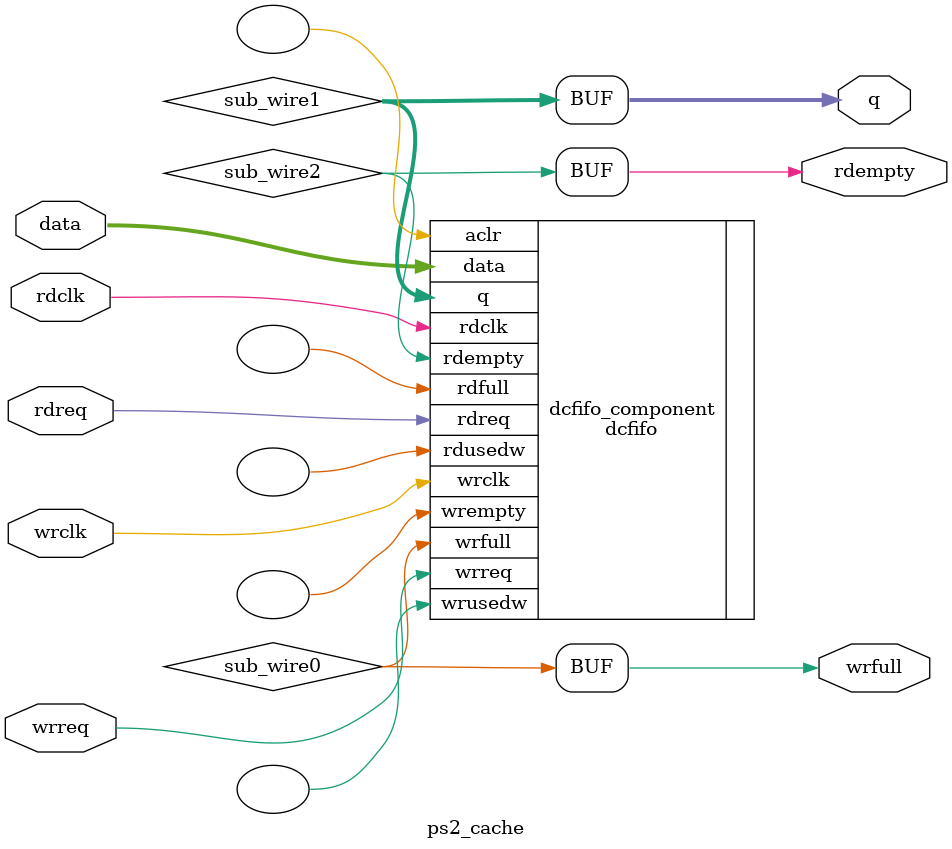
<source format=v>
module ps2_cache (
	data,
	rdclk,
	rdreq,
	wrclk,
	wrreq,
	q,
	rdempty,
	wrfull);
	input	[21:0]  data;
	input	  rdclk;
	input	  rdreq;
	input	  wrclk;
	input	  wrreq;
	output	[21:0]  q;
	output	  rdempty;
	output	  wrfull;
	wire  sub_wire0;
	wire [21:0] sub_wire1;
	wire  sub_wire2;
	wire  wrfull = sub_wire0;
	wire [21:0] q = sub_wire1[21:0];
	wire  rdempty = sub_wire2;
	dcfifo	dcfifo_component (
				.data (data),
				.rdclk (rdclk),
				.rdreq (rdreq),
				.wrclk (wrclk),
				.wrreq (wrreq),
				.wrfull (sub_wire0),
				.q (sub_wire1),
				.rdempty (sub_wire2),
				.aclr (),
				.rdfull (),
				.rdusedw (),
				.wrempty (),
				.wrusedw ());
	defparam
		dcfifo_component.intended_device_family = "Cyclone III",
		dcfifo_component.lpm_numwords = 256,
		dcfifo_component.lpm_showahead = "OFF",
		dcfifo_component.lpm_type = "dcfifo",
		dcfifo_component.lpm_width = 22,
		dcfifo_component.lpm_widthu = 8,
		dcfifo_component.overflow_checking = "ON",
		dcfifo_component.rdsync_delaypipe = 4,
		dcfifo_component.underflow_checking = "ON",
		dcfifo_component.use_eab = "ON",
		dcfifo_component.wrsync_delaypipe = 4;
endmodule
</source>
